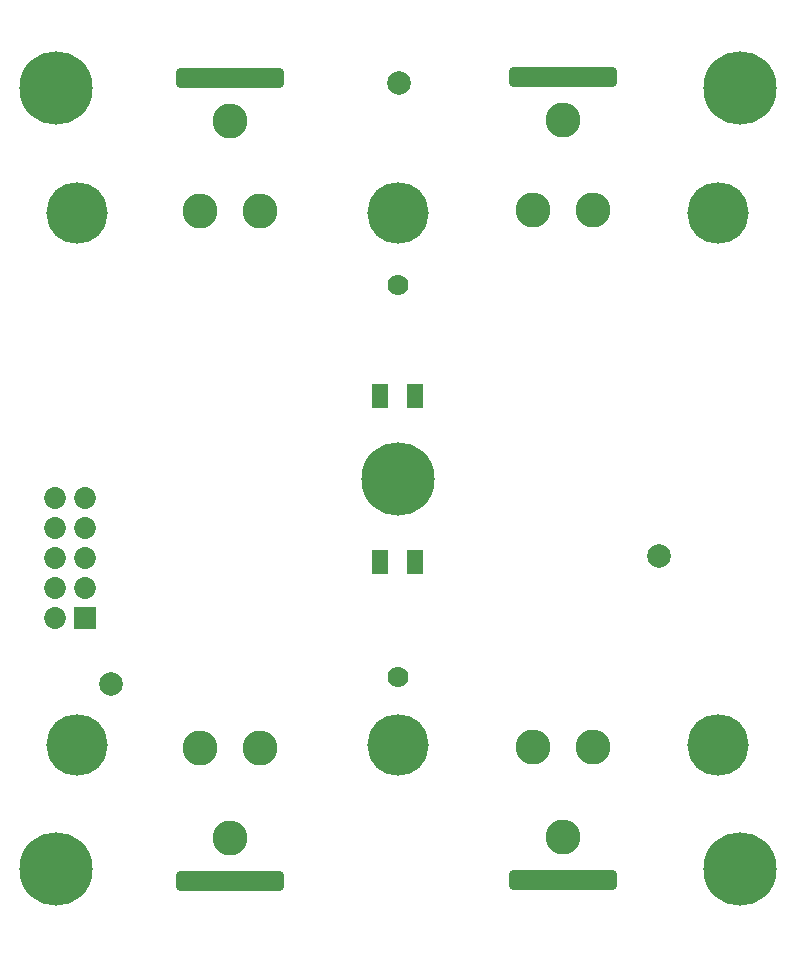
<source format=gbs>
G04*
G04 #@! TF.GenerationSoftware,Altium Limited,Altium Designer,18.1.7 (191)*
G04*
G04 Layer_Color=16711935*
%FSLAX25Y25*%
%MOIN*%
G70*
G01*
G75*
%ADD19C,0.11627*%
G04:AMPARAMS|DCode=20|XSize=362.33mil|YSize=68mil|CornerRadius=19mil|HoleSize=0mil|Usage=FLASHONLY|Rotation=180.000|XOffset=0mil|YOffset=0mil|HoleType=Round|Shape=RoundedRectangle|*
%AMROUNDEDRECTD20*
21,1,0.36233,0.03000,0,0,180.0*
21,1,0.32433,0.06800,0,0,180.0*
1,1,0.03800,-0.16217,0.01500*
1,1,0.03800,0.16217,0.01500*
1,1,0.03800,0.16217,-0.01500*
1,1,0.03800,-0.16217,-0.01500*
%
%ADD20ROUNDEDRECTD20*%
%ADD21C,0.07887*%
%ADD22C,0.07296*%
%ADD23R,0.07296X0.07296*%
%ADD24C,0.07001*%
%ADD25C,0.20485*%
%ADD26C,0.24422*%
%ADD39R,0.05328X0.07887*%
D19*
X180300Y261030D02*
D03*
X190300Y231030D02*
D03*
X170300D02*
D03*
X190300Y52053D02*
D03*
X170300D02*
D03*
X180300Y22054D02*
D03*
X69600Y260690D02*
D03*
X79600Y230690D02*
D03*
X59600D02*
D03*
X79600Y51713D02*
D03*
X59600D02*
D03*
X69600Y21713D02*
D03*
D20*
X180300Y275302D02*
D03*
Y7782D02*
D03*
X69600Y274961D02*
D03*
Y7442D02*
D03*
D21*
X125900Y273300D02*
D03*
X212300Y115800D02*
D03*
X29800Y72900D02*
D03*
D22*
X11200Y134900D02*
D03*
X21200D02*
D03*
X11200Y124900D02*
D03*
X21200D02*
D03*
X11200Y114900D02*
D03*
X21200D02*
D03*
X11200Y104900D02*
D03*
X21200D02*
D03*
X11200Y94900D02*
D03*
D23*
X21200D02*
D03*
D24*
X125600Y206000D02*
D03*
Y75291D02*
D03*
D25*
X125400Y52735D02*
D03*
Y229900D02*
D03*
X18600D02*
D03*
X232200D02*
D03*
X18600Y52700D02*
D03*
X232200D02*
D03*
D26*
X125400Y141443D02*
D03*
X239500Y11200D02*
D03*
X11300D02*
D03*
Y271600D02*
D03*
X239500D02*
D03*
D39*
X131205Y169100D02*
D03*
X119395D02*
D03*
X131205Y113500D02*
D03*
X119395D02*
D03*
M02*

</source>
